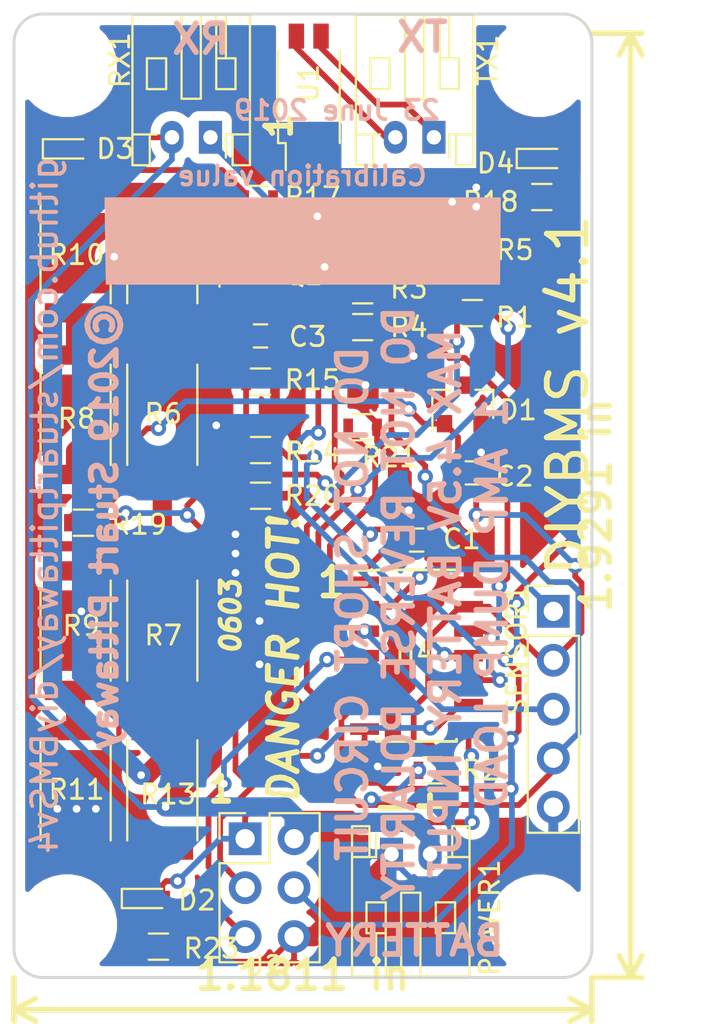
<source format=kicad_pcb>
(kicad_pcb (version 20171130) (host pcbnew "(5.1.0)-1")
  (layers (0 F.Cu signal) (31 B.Cu signal) (34 B.Paste user hide) (35 F.Paste user hide) (36 B.SilkS user hide) (37 F.SilkS user) (38 B.Mask user hide) (39 F.Mask user hide) (44 Edge.Cuts user))
  (net 0 "")
  (net 1 GND)
  (net 2 VCC)
  (net 3 "Net-(J2-Pad5)")
  (net 4 "Net-(J2-Pad3)")
  (net 5 "Net-(D4-Pad2)")
  (net 6 RXD0)
  (net 7 ENABLE)
  (net 8 "Net-(R3-Pad2)")
  (net 9 "Net-(R5-Pad1)")
  (net 10 TXD0)
  (net 11 "Net-(R6-Pad2)")
  (net 12 "Net-(R7-Pad2)")
  (net 13 "Net-(R10-Pad1)")
  (net 14 "Net-(R11-Pad1)")
  (net 15 "Net-(R10-Pad2)")
  (net 16 "Net-(R11-Pad2)")
  (net 17 "Net-(Q1-Pad3)")
  (net 18 "Net-(D3-Pad1)")
  (net 19 "Net-(D4-Pad1)")
  (net 20 2_VOLT)
  (net 21 DUMP_LOAD_ENABLE)
  (net 22 "Net-(C3-Pad1)")
  (net 23 "Net-(R21-Pad1)")
  (net 24 "Net-(SENSOR1-Pad3)")
  (net 25 "Net-(TX1-Pad1)")
  (net 26 "Net-(TX1-Pad2)")
  (net 27 "Net-(D2-Pad1)")
  (net 28 "Net-(D2-Pad2)")
  (module Resistors_SMD:R_0603 (layer F.Cu) (at 109.4176 96.3876 180)
    (fp_text reference R23 (at -2.75 -0.1 180) (layer F.SilkS))
    (fp_text value 1K8 hide)
    (pad 1 smd rect (at -0.75 0 180) (size 0.5 0.9) (layers F.Cu F.Paste F.Mask) (net 1 GND))
    (pad 2 smd rect (at 0.75 0 180) (size 0.5 0.9) (layers F.Cu F.Paste F.Mask) (net 27 "Net-(D2-Pad1)"))
  )
  (module Resistors_SMD:R_0603 (layer F.Cu) (at 120.0176 69.43375)
    (fp_text reference R21 (at 1.4 1.55385) (layer F.SilkS))
    (fp_text value 47K)
    (pad 1 smd rect (at -0.75 0) (size 0.5 0.9) (layers F.Cu F.Paste F.Mask) (net 23 "Net-(R21-Pad1)"))
    (pad 2 smd rect (at 0.75 0) (size 0.5 0.9) (layers F.Cu F.Paste F.Mask) (net 1 GND))
  )
  (module Resistors_SMD:R_0603 (layer F.Cu) (at 114.7176 72.987595)
    (fp_text reference R20 (at 2.7 0.000005) (layer F.SilkS))
    (fp_text value 47K)
    (pad 1 smd rect (at -0.75 0) (size 0.5 0.9) (layers F.Cu F.Paste F.Mask) (net 4 "Net-(J2-Pad3)"))
    (pad 2 smd rect (at 0.75 0) (size 0.5 0.9) (layers F.Cu F.Paste F.Mask) (net 1 GND))
  )
  (module Resistors_SMD:R_0603 (layer F.Cu) (at 105.5176 74.3876)
    (fp_text reference R19 (at 2.9 0.1) (layer F.SilkS))
    (fp_text value NCP18WB473J03RB)
    (pad 1 smd rect (at -0.75 0) (size 0.5 0.9) (layers F.Cu F.Paste F.Mask) (net 20 2_VOLT))
    (pad 2 smd rect (at 0.75 0) (size 0.5 0.9) (layers F.Cu F.Paste F.Mask) (net 4 "Net-(J2-Pad3)"))
  )
  (module Resistors_SMD:R_0603 (layer F.Cu) (at 129.3176 57.4876)
    (fp_text reference R18 (at -2.65 0.25) (layer F.SilkS))
    (fp_text value 2K2)
    (pad 1 smd rect (at -0.75 0) (size 0.5 0.9) (layers F.Cu F.Paste F.Mask) (net 1 GND))
    (pad 2 smd rect (at 0.75 0) (size 0.5 0.9) (layers F.Cu F.Paste F.Mask) (net 19 "Net-(D4-Pad1)"))
  )
  (module Resistors_SMD:R_0603 (layer F.Cu) (at 114.6176 57.5876 180)
    (fp_text reference R17 (at -2.8 0.1 180) (layer F.SilkS))
    (fp_text value 2K2)
    (pad 1 smd rect (at -0.75 0 180) (size 0.5 0.9) (layers F.Cu F.Paste F.Mask) (net 17 "Net-(Q1-Pad3)"))
    (pad 2 smd rect (at 0.75 0 180) (size 0.5 0.9) (layers F.Cu F.Paste F.Mask) (net 18 "Net-(D3-Pad1)"))
  )
  (module Resistors_SMD:R_0603 (layer F.Cu) (at 120.0176 58.772215)
    (fp_text reference R16 (at 2.65 0.215385) (layer F.SilkS))
    (fp_text value 4K7)
    (pad 1 smd rect (at -0.75 0) (size 0.5 0.9) (layers F.Cu F.Paste F.Mask) (net 1 GND))
    (pad 2 smd rect (at 0.75 0) (size 0.5 0.9) (layers F.Cu F.Paste F.Mask) (net 6 RXD0))
  )
  (module Resistors_SMD:R_0603 (layer F.Cu) (at 114.7176 67.06452)
    (fp_text reference R15 (at 2.7 -0.07692) (layer F.SilkS))
    (fp_text value 47K)
    (pad 1 smd rect (at -0.75 0) (size 0.5 0.9) (layers F.Cu F.Paste F.Mask) (net 22 "Net-(C3-Pad1)"))
    (pad 2 smd rect (at 0.75 0) (size 0.5 0.9) (layers F.Cu F.Paste F.Mask) (net 1 GND))
  )
  (module Resistors_SMD:R_0603 (layer F.Cu) (at 114.7176 70.618365)
    (fp_text reference R14 (at 2.7 0.119235) (layer F.SilkS))
    (fp_text value 510R)
    (pad 1 smd rect (at -0.75 0) (size 0.5 0.9) (layers F.Cu F.Paste F.Mask) (net 22 "Net-(C3-Pad1)"))
    (pad 2 smd rect (at 0.75 0) (size 0.5 0.9) (layers F.Cu F.Paste F.Mask) (net 21 DUMP_LOAD_ENABLE))
  )
  (module Resistors_SMD:R_0603 (layer F.Cu) (at 125.7176 59.95683)
    (fp_text reference R5 (at 2.2 0.28077) (layer F.SilkS))
    (fp_text value 510R)
    (pad 1 smd rect (at -0.75 0) (size 0.5 0.9) (layers F.Cu F.Paste F.Mask) (net 9 "Net-(R5-Pad1)"))
    (pad 2 smd rect (at 0.75 0) (size 0.5 0.9) (layers F.Cu F.Paste F.Mask) (net 10 TXD0))
  )
  (module Resistors_SMD:R_0603 (layer F.Cu) (at 120.0176 64.2376)
    (fp_text reference R4 (at 2.4 0) (layer F.SilkS))
    (fp_text value "402K E96 series (tolerance 1%)")
    (pad 1 smd rect (at -0.75 0) (size 0.5 0.9) (layers F.Cu F.Paste F.Mask) (net 8 "Net-(R3-Pad2)"))
    (pad 2 smd rect (at 0.75 0) (size 0.5 0.9) (layers F.Cu F.Paste F.Mask) (net 1 GND))
  )
  (module Resistors_SMD:R_0603 (layer F.Cu) (at 120.0176 62.32606)
    (fp_text reference R3 (at 2.4 -0.08846) (layer F.SilkS))
    (fp_text value "475K E96 series (tolerance 1%)")
    (pad 1 smd rect (at -0.75 0) (size 0.5 0.9) (layers F.Cu F.Paste F.Mask) (net 7 ENABLE))
    (pad 2 smd rect (at 0.75 0) (size 0.5 0.9) (layers F.Cu F.Paste F.Mask) (net 8 "Net-(R3-Pad2)"))
  )
  (module Resistors_SMD:R_0603 (layer F.Cu) (at 123.6676 87.2376)
    (fp_text reference R2 (at 2.5 0) (layer F.SilkS))
    (fp_text value 1K)
    (pad 1 smd rect (at -0.75 0) (size 0.5 0.9) (layers F.Cu F.Paste F.Mask) (net 7 ENABLE))
    (pad 2 smd rect (at 0.75 0) (size 0.5 0.9) (layers F.Cu F.Paste F.Mask) (net 20 2_VOLT))
  )
  (module Resistors_SMD:R_0603 (layer F.Cu) (at 125.7176 63.510675)
    (fp_text reference R1 (at 2.2 0.226925) (layer F.SilkS))
    (fp_text value 10K)
    (pad 1 smd rect (at -0.75 0) (size 0.5 0.9) (layers F.Cu F.Paste F.Mask) (net 2 VCC))
    (pad 2 smd rect (at 0.75 0) (size 0.5 0.9) (layers F.Cu F.Paste F.Mask) (net 3 "Net-(J2-Pad5)"))
  )
  (module LEDs:LED_0603 (layer F.Cu) (at 129.3176 55.4876)
    (fp_text reference D4 (at -2.4 0.25) (layer F.SilkS))
    (fp_text value Green)
    (pad 2 smd rect (at 0.8 0 180) (size 0.8 0.8) (layers F.Cu F.Paste F.Mask) (net 5 "Net-(D4-Pad2)"))
    (pad 1 smd rect (at -0.8 0 180) (size 0.8 0.8) (layers F.Cu F.Paste F.Mask) (net 19 "Net-(D4-Pad1)"))
  )
  (module LEDs:LED_0603 (layer F.Cu) (at 104.7176 54.9876)
    (fp_text reference D3 (at 2.45 0) (layer F.SilkS))
    (fp_text value Red)
    (pad 2 smd rect (at 0.8 0 180) (size 0.8 0.8) (layers F.Cu F.Paste F.Mask) (net 2 VCC))
    (pad 1 smd rect (at -0.8 0 180) (size 0.8 0.8) (layers F.Cu F.Paste F.Mask) (net 18 "Net-(D3-Pad1)"))
  )
  (module LEDs:LED_0603 (layer F.Cu) (at 108.8176 93.8876)
    (fp_text reference D2 (at 2.6 0.1) (layer F.SilkS))
    (fp_text value Blue)
    (pad 2 smd rect (at 0.8 0 180) (size 0.8 0.8) (layers F.Cu F.Paste F.Mask) (net 28 "Net-(D2-Pad2)"))
    (pad 1 smd rect (at -0.8 0 180) (size 0.8 0.8) (layers F.Cu F.Paste F.Mask) (net 27 "Net-(D2-Pad1)"))
  )
  (module Capacitors_SMD:C_0603 (layer F.Cu) (at 114.7176 64.69529)
    (fp_text reference C3 (at 2.45 0.04231) (layer F.SilkS))
    (fp_text value "MLCC 10UF 10V")
    (pad 2 smd rect (at 0.75 0) (size 0.8 0.75) (layers F.Cu F.Paste F.Mask) (net 1 GND))
    (pad 1 smd rect (at -0.75 0) (size 0.8 0.75) (layers F.Cu F.Paste F.Mask) (net 22 "Net-(C3-Pad1)"))
  )
  (module Capacitors_SMD:C_0603 (layer F.Cu) (at 125.7176 71.80298)
    (fp_text reference C2 (at 2.2 0.18462) (layer F.SilkS))
    (fp_text value 2.2uF)
    (pad 2 smd rect (at 0.75 0) (size 0.8 0.75) (layers F.Cu F.Paste F.Mask) (net 1 GND))
    (pad 1 smd rect (at -0.75 0) (size 0.8 0.75) (layers F.Cu F.Paste F.Mask) (net 20 2_VOLT))
  )
  (module Capacitors_SMD:C_0603 (layer F.Cu) (at 122.8176 75.2876)
    (fp_text reference C1 (at 2.35 -0.05) (layer F.SilkS))
    (fp_text value 100nF)
    (pad 2 smd rect (at 0.75 0) (size 0.8 0.75) (layers F.Cu F.Paste F.Mask) (net 1 GND))
    (pad 1 smd rect (at -0.75 0) (size 0.8 0.75) (layers F.Cu F.Paste F.Mask) (net 2 VCC))
  )
  (module Mounting_Holes:MountingHole_3.2mm_M3 (layer F.Cu) (at 129.1676 50.7376)
    (fp_text reference REF** hide)
    (fp_text value MountingHole_3.2mm_M3 hide)
    (pad 1 np_thru_hole circle (at 0 0) (size 3.2 3.2) (drill 3.2) (layers *.Cu *.Mask))
  )
  (module Mounting_Holes:MountingHole_3.2mm_M3 (layer F.Cu) (at 104.6676 50.7376)
    (fp_text reference REF** hide)
    (fp_text value MountingHole_3.2mm_M3 hide)
    (pad 1 np_thru_hole circle (at 0 0) (size 3.2 3.2) (drill 3.2) (layers *.Cu *.Mask))
  )
  (module Mounting_Holes:MountingHole_3.2mm_M3 (layer F.Cu) (at 104.6676 95.2376)
    (fp_text reference REF** hide)
    (fp_text value MountingHole_3.2mm_M3 hide)
    (pad 1 np_thru_hole circle (at 0 0) (size 3.2 3.2) (drill 3.2) (layers *.Cu *.Mask))
  )
  (module Mounting_Holes:MountingHole_3.2mm_M3 (layer F.Cu) (at 129.1676 95.2376)
    (fp_text reference REF** hide)
    (fp_text value MountingHole_3.2mm_M3 hide)
    (pad 1 np_thru_hole circle (at 0 0) (size 3.2 3.2) (drill 3.2) (layers *.Cu *.Mask))
  )
  (module Connectors_JST:JST_PH_S2B-PH-K_02x2.00mm_Angled (layer F.Cu) (at 123.7176 54.3876 180)
    (fp_text reference TX1 (at -2.8 4 270) (layer F.SilkS))
    (fp_text value "TX Connector")
    (pad 1 thru_hole rect (at 0 0 180) (size 1.2 1.7) (drill 0.75) (layers *.Cu *.Mask) (net 25 "Net-(TX1-Pad1)"))
    (pad 2 thru_hole oval (at 2 0 180) (size 1.2 1.7) (drill 0.75) (layers *.Cu *.Mask) (net 26 "Net-(TX1-Pad2)"))
  )
  (module Pin_Headers:Pin_Header_Straight_1x05_Pitch2.54mm (layer F.Cu) (at 129.9176 78.9876)
    (fp_text reference SENSOR1 (at -1.9 2 90) (layer F.SilkS))
    (fp_text value "Remote temp input 47K @ 25oC")
    (pad 1 thru_hole rect (at 0 0) (size 1.7 1.7) (drill 1) (layers *.Cu *.Mask) (net 23 "Net-(R21-Pad1)"))
    (pad 2 thru_hole oval (at 0 2.54) (size 1.7 1.7) (drill 1) (layers *.Cu *.Mask) (net 20 2_VOLT))
    (pad 3 thru_hole oval (at 0 5.08) (size 1.7 1.7) (drill 1) (layers *.Cu *.Mask) (net 24 "Net-(SENSOR1-Pad3)"))
    (pad 4 thru_hole oval (at 0 7.62) (size 1.7 1.7) (drill 1) (layers *.Cu *.Mask) (net 7 ENABLE))
    (pad 5 thru_hole oval (at 0 10.16) (size 1.7 1.7) (drill 1) (layers *.Cu *.Mask) (net 1 GND))
  )
  (module Pin_Headers:Pin_Header_Straight_2x03_Pitch2.54mm (layer F.Cu) (at 113.9176 90.7876)
    (fp_text reference J2 (at 1.1 6.6) (layer F.SilkS))
    (fp_text value AVR-ISP-6 hide)
    (pad 1 thru_hole rect (at 0 0) (size 1.7 1.7) (drill 1) (layers *.Cu *.Mask) (net 28 "Net-(D2-Pad2)"))
    (pad 2 thru_hole oval (at 2.54 0) (size 1.7 1.7) (drill 1) (layers *.Cu *.Mask) (net 2 VCC))
    (pad 3 thru_hole oval (at 0 2.54) (size 1.7 1.7) (drill 1) (layers *.Cu *.Mask) (net 4 "Net-(J2-Pad3)"))
    (pad 4 thru_hole oval (at 2.54 2.54) (size 1.7 1.7) (drill 1) (layers *.Cu *.Mask) (net 5 "Net-(D4-Pad2)"))
    (pad 5 thru_hole oval (at 0 5.08) (size 1.7 1.7) (drill 1) (layers *.Cu *.Mask) (net 3 "Net-(J2-Pad5)"))
    (pad 6 thru_hole oval (at 2.54 5.08) (size 1.7 1.7) (drill 1) (layers *.Cu *.Mask) (net 1 GND))
  )
  (module Connectors_JST:JST_PH_S2B-PH-K_02x2.00mm_Angled (layer F.Cu) (at 121.5176 91.5876)
    (fp_text reference POWER1 (at 5.1 3.3 270) (layer F.SilkS))
    (fp_text value Battery hide)
    (pad 1 thru_hole rect (at 0 0) (size 1.2 1.7) (drill 0.75) (layers *.Cu *.Mask) (net 1 GND))
    (pad 2 thru_hole oval (at 2 0) (size 1.2 1.7) (drill 0.75) (layers *.Cu *.Mask) (net 2 VCC))
  )
  (module Housings_SOIC:SOIC-14_3.9x8.7mm_Pitch1.27mm (layer F.Cu) (at 122.8176 81.2876)
    (fp_text reference U4 (at -0.1 -0.1) (layer F.SilkS))
    (fp_text value ATtiny841-SSU)
    (pad 1 smd rect (at -2.7 -3.81) (size 1.5 0.6) (layers F.Cu F.Paste F.Mask) (net 2 VCC))
    (pad 2 smd rect (at -2.7 -2.54) (size 1.5 0.6) (layers F.Cu F.Paste F.Mask) (net 23 "Net-(R21-Pad1)"))
    (pad 3 smd rect (at -2.7 -1.27) (size 1.5 0.6) (layers F.Cu F.Paste F.Mask) (net 24 "Net-(SENSOR1-Pad3)"))
    (pad 4 smd rect (at -2.7 0) (size 1.5 0.6) (layers F.Cu F.Paste F.Mask) (net 3 "Net-(J2-Pad5)"))
    (pad 5 smd rect (at -2.7 1.27) (size 1.5 0.6) (layers F.Cu F.Paste F.Mask) (net 8 "Net-(R3-Pad2)"))
    (pad 6 smd rect (at -2.7 2.54) (size 1.5 0.6) (layers F.Cu F.Paste F.Mask) (net 7 ENABLE))
    (pad 7 smd rect (at -2.7 3.81) (size 1.5 0.6) (layers F.Cu F.Paste F.Mask) (net 5 "Net-(D4-Pad2)"))
    (pad 8 smd rect (at 2.7 3.81) (size 1.5 0.6) (layers F.Cu F.Paste F.Mask) (net 28 "Net-(D2-Pad2)"))
    (pad 9 smd rect (at 2.7 2.54) (size 1.5 0.6) (layers F.Cu F.Paste F.Mask) (net 4 "Net-(J2-Pad3)"))
    (pad 10 smd rect (at 2.7 1.27) (size 1.5 0.6) (layers F.Cu F.Paste F.Mask) (net 21 DUMP_LOAD_ENABLE))
    (pad 11 smd rect (at 2.7 0) (size 1.5 0.6) (layers F.Cu F.Paste F.Mask) (net 6 RXD0))
    (pad 12 smd rect (at 2.7 -1.27) (size 1.5 0.6) (layers F.Cu F.Paste F.Mask) (net 10 TXD0))
    (pad 13 smd rect (at 2.7 -2.54) (size 1.5 0.6) (layers F.Cu F.Paste F.Mask) (net 20 2_VOLT))
    (pad 14 smd rect (at 2.7 -3.81) (size 1.5 0.6) (layers F.Cu F.Paste F.Mask) (net 1 GND))
  )
  (module Connectors_JST:JST_PH_S2B-PH-K_02x2.00mm_Angled (layer F.Cu) (at 112.1176 54.3876 180)
    (fp_text reference RX1 (at 4.7 4 270) (layer F.SilkS))
    (fp_text value "RX Connector")
    (pad 1 thru_hole rect (at 0 0 180) (size 1.2 1.7) (drill 0.75) (layers *.Cu *.Mask) (net 6 RXD0))
    (pad 2 thru_hole oval (at 2 0 180) (size 1.2 1.7) (drill 0.75) (layers *.Cu *.Mask) (net 2 VCC))
  )
  (module Housings_SSOP:SOP-4_4.4x2.8mm_Pitch1.27mm (layer F.Cu) (at 117.2176 52.2876 90)
    (fp_text reference U1 (at 0.7 0 90) (layer F.SilkS))
    (fp_text value HMHA2801AR2)
    (pad 1 smd rect (at -3.15 -0.64 90) (size 1.3 0.8) (layers F.Cu F.Paste F.Mask) (net 9 "Net-(R5-Pad1)"))
    (pad 2 smd rect (at -3.15 0.64 90) (size 1.3 0.8) (layers F.Cu F.Paste F.Mask) (net 1 GND))
    (pad 3 smd rect (at 3.15 0.64 90) (size 1.3 0.8) (layers F.Cu F.Paste F.Mask) (net 25 "Net-(TX1-Pad1)"))
    (pad 4 smd rect (at 3.15 -0.64 90) (size 1.3 0.8) (layers F.Cu F.Paste F.Mask) (net 26 "Net-(TX1-Pad2)"))
  )
  (module TO_SOT_Packages_SMD:SOT-23 (layer F.Cu) (at 125.2176 68.249135 90)
    (fp_text reference D1 (at -0.3 2.8716 180) (layer F.SilkS))
    (fp_text value "Fixed 2.048V")
    (pad 1 smd rect (at -1 -0.95 90) (size 0.9 0.8) (layers F.Cu F.Paste F.Mask) (net 20 2_VOLT))
    (pad 2 smd rect (at -1 0.95 90) (size 0.9 0.8) (layers F.Cu F.Paste F.Mask) (net 1 GND))
    (pad 3 smd rect (at 1 0 90) (size 0.9 0.8) (layers F.Cu F.Paste F.Mask))
  )
  (module TO_SOT_Packages_SMD:SOT-23 (layer F.Cu) (at 114.1676 60.7376 90)
    (fp_text reference Q1 (at -0.8 2.8 180) (layer F.SilkS))
    (fp_text value IRLML6244TRPBF)
    (pad 1 smd rect (at -1 -0.95 90) (size 0.9 0.8) (layers F.Cu F.Paste F.Mask) (net 22 "Net-(C3-Pad1)"))
    (pad 2 smd rect (at -1 0.95 90) (size 0.9 0.8) (layers F.Cu F.Paste F.Mask) (net 1 GND))
    (pad 3 smd rect (at 1 0 90) (size 0.9 0.8) (layers F.Cu F.Paste F.Mask) (net 17 "Net-(Q1-Pad3)"))
  )
  (module Resistors_SMD:R_2512 (layer F.Cu) (at 109.6176 68.7876 90)
    (fp_text reference R6 (at 0.05 0.05) (layer F.SilkS))
    (fp_text value "2R 1W")
    (pad 1 smd rect (at -3.1 0 90) (size 1 3.2) (layers F.Cu F.Paste F.Mask) (net 2 VCC))
    (pad 2 smd rect (at 3.1 0 90) (size 1 3.2) (layers F.Cu F.Paste F.Mask) (net 11 "Net-(R6-Pad2)"))
  )
  (module Resistors_SMD:R_2512 (layer F.Cu) (at 109.6176 79.9876 270)
    (fp_text reference R7 (at 0.25 -0.05 180) (layer F.SilkS))
    (fp_text value "2R 1W")
    (pad 1 smd rect (at -3.1 0 270) (size 1 3.2) (layers F.Cu F.Paste F.Mask) (net 2 VCC))
    (pad 2 smd rect (at 3.1 0 270) (size 1 3.2) (layers F.Cu F.Paste F.Mask) (net 12 "Net-(R7-Pad2)"))
  )
  (module Resistors_SMD:R_2512 (layer F.Cu) (at 105.1176 68.7876 90)
    (fp_text reference R8 (at -0.2 0.05 180) (layer F.SilkS))
    (fp_text value "2R 1W")
    (pad 1 smd rect (at -3.1 0 90) (size 1 3.2) (layers F.Cu F.Paste F.Mask) (net 11 "Net-(R6-Pad2)"))
    (pad 2 smd rect (at 3.1 0 90) (size 1 3.2) (layers F.Cu F.Paste F.Mask) (net 13 "Net-(R10-Pad1)"))
  )
  (module Resistors_SMD:R_2512 (layer F.Cu) (at 105.1176 79.9876 270)
    (fp_text reference R9 (at -0.25 -0.3 180) (layer F.SilkS))
    (fp_text value "2R 1W")
    (pad 1 smd rect (at -3.1 0 270) (size 1 3.2) (layers F.Cu F.Paste F.Mask) (net 12 "Net-(R7-Pad2)"))
    (pad 2 smd rect (at 3.1 0 270) (size 1 3.2) (layers F.Cu F.Paste F.Mask) (net 14 "Net-(R11-Pad1)"))
  )
  (module Resistors_SMD:R_2512 (layer F.Cu) (at 105.1176 60.3992 90)
    (fp_text reference R10 (at -0.0884 0.05) (layer F.SilkS))
    (fp_text value "2R 1W")
    (pad 1 smd rect (at -3.1 0 90) (size 1 3.2) (layers F.Cu F.Paste F.Mask) (net 13 "Net-(R10-Pad1)"))
    (pad 2 smd rect (at 3.1 0 90) (size 1 3.2) (layers F.Cu F.Paste F.Mask) (net 15 "Net-(R10-Pad2)"))
  )
  (module Resistors_SMD:R_2512 (layer F.Cu) (at 105.1176 88.276 270)
    (fp_text reference R11 (at -0.0384 -0.05 180) (layer F.SilkS))
    (fp_text value "2R 1W")
    (pad 1 smd rect (at -3.1 0 270) (size 1 3.2) (layers F.Cu F.Paste F.Mask) (net 14 "Net-(R11-Pad1)"))
    (pad 2 smd rect (at 3.1 0 270) (size 1 3.2) (layers F.Cu F.Paste F.Mask) (net 16 "Net-(R11-Pad2)"))
  )
  (module Resistors_SMD:R_2512 (layer F.Cu) (at 109.6176 60.3992 270)
    (fp_text reference R12 (at 0.0884 -0.05 180) (layer F.SilkS))
    (fp_text value "2R 1W")
    (pad 1 smd rect (at -3.1 0 270) (size 1 3.2) (layers F.Cu F.Paste F.Mask) (net 15 "Net-(R10-Pad2)"))
    (pad 2 smd rect (at 3.1 0 270) (size 1 3.2) (layers F.Cu F.Paste F.Mask) (net 17 "Net-(Q1-Pad3)"))
  )
  (module Resistors_SMD:R_2512 (layer F.Cu) (at 109.6176 88.276 90)
    (fp_text reference R13 (at -0.2116 0.3 180) (layer F.SilkS))
    (fp_text value "2R 1W")
    (pad 1 smd rect (at -3.1 0 90) (size 1 3.2) (layers F.Cu F.Paste F.Mask) (net 16 "Net-(R11-Pad2)"))
    (pad 2 smd rect (at 3.1 0 90) (size 1 3.2) (layers F.Cu F.Paste F.Mask) (net 17 "Net-(Q1-Pad3)"))
  )
  (gr_text 0603 (at 113.1676 79.2376 90) (layer F.SilkS) (effects (font (size 1 1) (thickness 0.25) italic)))
  (gr_arc (start 130.4176 96.4876) (end 130.4176 97.9876) (angle -90) (layer Edge.Cuts) (width 0.15))
  (gr_arc (start 103.4176 96.4876) (end 101.9176 96.4876) (angle -90) (layer Edge.Cuts) (width 0.15))
  (gr_arc (start 103.4176 49.4876) (end 103.4176 47.9876) (angle -90) (layer Edge.Cuts) (width 0.15))
  (gr_arc (start 130.4176 49.4876) (end 131.9176 49.4876) (angle -90) (layer Edge.Cuts) (width 0.15))
  (gr_line (start 101.9176 96.4876) (end 101.9176 49.4876) (layer Edge.Cuts) (width 0.15))
  (gr_line (start 130.4176 97.9876) (end 103.4176 97.9876) (layer Edge.Cuts) (width 0.15))
  (gr_line (start 131.9176 49.4876) (end 131.9176 96.4876) (layer Edge.Cuts) (width 0.15))
  (gr_line (start 103.4176 47.9876) (end 130.4176 47.9876) (layer Edge.Cuts) (width 0.15))
  (gr_text 1 (at 115.6676 53.7876 90) (layer F.SilkS) (effects (font (size 1.3 1.3) (thickness 0.3))))
  (gr_text TX (at 123.1176 49.1876) (layer B.SilkS) (effects (font (size 1.5 1.5) (thickness 0.3)) (justify mirror)))
  (gr_text RX (at 111.6176 49.2876) (layer B.SilkS) (effects (font (size 1.5 1.5) (thickness 0.3)) (justify mirror)))
  (gr_text "Calibration value" (at 116.8804 56.3848) (layer B.SilkS) (effects (font (size 1 1) (thickness 0.2)) (justify mirror)))
  (gr_poly (pts (xy 106.7322 61.9876) (xy 127.103 61.9876) (xy 127.142 57.5532) (xy 106.6696 57.5532)) (layer B.SilkS) (width 0.1))
  (gr_text "DANGER HOT!" (at 115.9176 81.4876 90) (layer F.SilkS) (effects (font (size 1.5 1.5) (thickness 0.3) italic)))
  (gr_text "DO NOT SHORT CIRCUIT\nDO NOT REVERSE POLARITY\nMAX 4.5V BATTERY INPUT\n1 AMP DUMP LOAD" (at 123.1176 78.5876 90) (layer B.SilkS) (effects (font (size 1.5 1.5) (thickness 0.3)) (justify mirror)))
  (gr_text "23 June 2019" (at 113.2176 52.9876) (layer B.SilkS) (effects (font (size 1 1) (thickness 0.2)) (justify right mirror)))
  (gr_text 1 (at 112.6676 88.2376) (layer F.SilkS) (effects (font (size 1.3 1.3) (thickness 0.3))))
  (gr_text BATTERY (at 122.7176 96.0876) (layer B.SilkS) (effects (font (size 1.5 1.5) (thickness 0.3)) (justify mirror)))
  (gr_text github.com/stuartpittaway/diyBMSv4 (at 103.5176 73.4876 90) (layer B.SilkS) (effects (font (size 1.3 1.3) (thickness 0.2)) (justify mirror)))
  (gr_text "©2019 Stuart Pittaway" (at 106.6176 74.5876 90) (layer B.SilkS) (effects (font (size 1.3 1.3) (thickness 0.3)) (justify mirror)))
  (gr_text "DIYBMS v4.1" (at 130.6676 58.2376 90) (layer F.SilkS) (effects (font (size 2 2) (thickness 0.3)) (justify right)))
  (gr_text 1 (at 118.4176 77.4876) (layer F.SilkS) (effects (font (size 1.5 1.5) (thickness 0.3))))
  (gr_text - (at 121.5176 89.2876 180) (layer F.SilkS) (effects (font (size 1.5 1.5) (thickness 0.3))))
  (gr_text + (at 123.5176 88.9876) (layer F.SilkS) (effects (font (size 1.5 1.5) (thickness 0.3))))
  (dimension 30 (width 0.3) (layer F.SilkS) (gr_text "30.000 mm" (at 116.9176 101.764) (layer F.SilkS) (effects (font (size 1.5 1.5) (thickness 0.3)))) (feature1 (pts (xy 131.9176 97.9876) (xy 131.9176 100.250421))) (feature2 (pts (xy 101.9176 97.9876) (xy 101.9176 100.250421))) (crossbar (pts (xy 101.9176 99.664) (xy 131.9176 99.664))) (arrow1a (pts (xy 131.9176 99.664) (xy 130.791096 100.250421))) (arrow1b (pts (xy 131.9176 99.664) (xy 130.791096 99.077579))) (arrow2a (pts (xy 101.9176 99.664) (xy 103.044104 100.250421))) (arrow2b (pts (xy 101.9176 99.664) (xy 103.044104 99.077579))))
  (dimension 49 (width 0.3) (layer F.SilkS) (gr_text "49.000 mm" (at 136.03 73.4876 270) (layer F.SilkS) (effects (font (size 1.5 1.5) (thickness 0.3)))) (feature1 (pts (xy 131.9176 97.9876) (xy 134.516421 97.9876))) (feature2 (pts (xy 131.9176 48.9876) (xy 134.516421 48.9876))) (crossbar (pts (xy 133.93 48.9876) (xy 133.93 97.9876))) (arrow1a (pts (xy 133.93 97.9876) (xy 133.343579 96.861096))) (arrow1b (pts (xy 133.93 97.9876) (xy 134.516421 96.861096))) (arrow2a (pts (xy 133.93 48.9876) (xy 133.343579 50.114104))) (arrow2b (pts (xy 133.93 48.9876) (xy 134.516421 50.114104))))
  (segment (start 117.4876 95.8676) (end 116.4576 95.8676) (width 1) (layer F.Cu) (net 1))
  (segment (start 121.5176 91.8376) (end 117.4876 95.8676) (width 1) (layer F.Cu) (net 1))
  (segment (start 116.4576 97.069681) (end 116.35968 97.167601) (width 0.3) (layer F.Cu) (net 1))
  (segment (start 116.4576 95.8676) (end 116.4576 97.069681) (width 0.3) (layer F.Cu) (net 1))
  (via (at 125.9176 56.9876) (size 0.8) (drill 0.4) (layers F.Cu B.Cu) (net 1))
  (via (at 113.4176 76.9876) (size 0.8) (drill 0.4) (layers F.Cu B.Cu) (net 1))
  (via (at 113.4176 75.9876) (size 0.8) (drill 0.4) (layers F.Cu B.Cu) (net 1))
  (via (at 113.4176 74.9876) (size 0.8) (drill 0.4) (layers F.Cu B.Cu) (net 1))
  (via (at 105.4176 78.9876) (size 0.8) (drill 0.4) (layers F.Cu B.Cu) (net 1))
  (segment (start 126.1676 71.50298) (end 126.4676 71.80298) (width 0.3) (layer F.Cu) (net 1))
  (segment (start 126.1676 69.249135) (end 126.1676 70.7376) (width 0.3) (layer F.Cu) (net 1))
  (segment (start 126.1676 70.7376) (end 126.1676 71.50298) (width 0.3) (layer F.Cu) (net 1))
  (via (at 126.1676 70.7376) (size 0.8) (drill 0.4) (layers F.Cu B.Cu) (net 1))
  (segment (start 121.5176 91.5876) (end 121.5176 91.8376) (width 1) (layer F.Cu) (net 1))
  (via (at 112.4176 69.33761) (size 0.8) (drill 0.4) (layers F.Cu B.Cu) (net 1))
  (via (at 122.6676 65.7376) (size 0.8) (drill 0.4) (layers F.Cu B.Cu) (net 1))
  (via (at 120.1676 67.2376) (size 0.8) (drill 0.4) (layers F.Cu B.Cu) (net 1))
  (segment (start 115.607601 96.717599) (end 116.4576 95.8676) (width 0.3) (layer F.Cu) (net 1))
  (segment (start 115.157599 97.167601) (end 115.607601 96.717599) (width 0.3) (layer F.Cu) (net 1))
  (segment (start 111.497601 97.167601) (end 115.157599 97.167601) (width 0.3) (layer F.Cu) (net 1))
  (segment (start 110.7176 96.3876) (end 111.497601 97.167601) (width 0.3) (layer F.Cu) (net 1))
  (segment (start 110.1676 96.3876) (end 110.7176 96.3876) (width 0.3) (layer F.Cu) (net 1))
  (via (at 114.6676 79.4876) (size 0.8) (drill 0.4) (layers F.Cu B.Cu) (net 1))
  (via (at 114.6676 81.7376) (size 0.8) (drill 0.4) (layers F.Cu B.Cu) (net 1))
  (segment (start 115.1176 64.34529) (end 115.4676 64.69529) (width 0.3) (layer F.Cu) (net 1))
  (segment (start 115.1176 61.7376) (end 115.1176 64.34529) (width 0.3) (layer F.Cu) (net 1))
  (segment (start 120.007589 56.887589) (end 125.251904 56.887589) (width 0.3) (layer F.Cu) (net 1))
  (segment (start 125.251904 56.887589) (end 125.351915 56.9876) (width 0.3) (layer F.Cu) (net 1))
  (segment (start 125.351915 56.9876) (end 125.9176 56.9876) (width 0.3) (layer F.Cu) (net 1))
  (via (at 117.6676 58.4876) (size 0.8) (drill 0.4) (layers F.Cu B.Cu) (net 1))
  (via (at 125.9176 57.9876) (size 0.8) (drill 0.4) (layers F.Cu B.Cu) (net 1))
  (via (at 124.6676 57.7376) (size 0.8) (drill 0.4) (layers F.Cu B.Cu) (net 1))
  (segment (start 120.7676 69.23375) (end 120.2176 68.68375) (width 0.3) (layer F.Cu) (net 1))
  (segment (start 120.2176 66.629905) (end 120.7676 66.079905) (width 0.3) (layer F.Cu) (net 1))
  (segment (start 120.7676 66.079905) (end 120.7676 65.879905) (width 0.3) (layer F.Cu) (net 1))
  (segment (start 120.7676 69.43375) (end 120.7676 69.23375) (width 0.3) (layer F.Cu) (net 1))
  (segment (start 120.2176 68.68375) (end 120.2176 66.629905) (width 0.3) (layer F.Cu) (net 1))
  (segment (start 120.7676 66.6376) (end 120.1676 67.2376) (width 0.3) (layer F.Cu) (net 1))
  (segment (start 120.7676 64.2376) (end 120.7676 66.6376) (width 0.3) (layer F.Cu) (net 1))
  (via (at 122.4176 73.7376) (size 0.8) (drill 0.4) (layers F.Cu B.Cu) (net 1))
  (segment (start 122.4176 71.83375) (end 122.4176 73.171915) (width 0.3) (layer F.Cu) (net 1))
  (segment (start 120.7676 69.43375) (end 120.7676 70.18375) (width 0.3) (layer F.Cu) (net 1))
  (segment (start 122.4176 73.171915) (end 122.4176 73.7376) (width 0.3) (layer F.Cu) (net 1))
  (segment (start 120.7676 70.18375) (end 122.4176 71.83375) (width 0.3) (layer F.Cu) (net 1))
  (segment (start 124.1926 75.2876) (end 123.5676 75.2876) (width 0.3) (layer F.Cu) (net 1))
  (segment (start 124.4676 75.2876) (end 124.1926 75.2876) (width 0.3) (layer F.Cu) (net 1))
  (segment (start 125.5176 77.4776) (end 125.5176 76.3376) (width 0.3) (layer F.Cu) (net 1))
  (segment (start 125.5176 76.3376) (end 124.4676 75.2876) (width 0.3) (layer F.Cu) (net 1))
  (segment (start 121.317601 81.227599) (end 121.317601 86.518854) (width 0.3) (layer F.Cu) (net 1))
  (segment (start 125.0676 77.4776) (end 121.317601 81.227599) (width 0.3) (layer F.Cu) (net 1))
  (segment (start 125.5176 77.4776) (end 125.0676 77.4776) (width 0.3) (layer F.Cu) (net 1))
  (via (at 120.798878 87.037577) (size 0.8) (drill 0.4) (layers F.Cu B.Cu) (net 1))
  (segment (start 121.317601 86.518854) (end 121.198877 86.637578) (width 0.3) (layer F.Cu) (net 1))
  (segment (start 121.198877 86.637578) (end 120.798878 87.037577) (width 0.3) (layer F.Cu) (net 1))
  (segment (start 123.325602 86.387598) (end 121.448857 86.387598) (width 0.3) (layer B.Cu) (net 1))
  (segment (start 121.5176 91.5876) (end 121.5176 91.8376) (width 0.3) (layer B.Cu) (net 1))
  (segment (start 124.56761 92.272528) (end 124.56761 87.629606) (width 0.3) (layer B.Cu) (net 1))
  (segment (start 124.56761 87.629606) (end 123.325602 86.387598) (width 0.3) (layer B.Cu) (net 1))
  (segment (start 121.448857 86.387598) (end 121.198877 86.637578) (width 0.3) (layer B.Cu) (net 1))
  (segment (start 123.952528 92.88761) (end 124.56761 92.272528) (width 0.3) (layer B.Cu) (net 1))
  (segment (start 122.56761 92.88761) (end 123.952528 92.88761) (width 0.3) (layer B.Cu) (net 1))
  (segment (start 121.198877 86.637578) (end 120.798878 87.037577) (width 0.3) (layer B.Cu) (net 1))
  (segment (start 121.5176 91.8376) (end 122.56761 92.88761) (width 0.3) (layer B.Cu) (net 1))
  (via (at 105.1676 89.2376) (size 0.8) (drill 0.4) (layers F.Cu B.Cu) (net 1))
  (via (at 106.1676 89.2376) (size 0.8) (drill 0.4) (layers F.Cu B.Cu) (net 1))
  (via (at 104.1676 89.2376) (size 0.8) (drill 0.4) (layers F.Cu B.Cu) (net 1))
  (segment (start 109.6176 72.376) (end 109.6176 73.176) (width 1) (layer F.Cu) (net 2))
  (segment (start 109.6176 71.8876) (end 109.6176 76.8876) (width 1) (layer F.Cu) (net 2))
  (segment (start 112.217601 81.787599) (end 112.217601 86.35327) (width 1) (layer F.Cu) (net 2))
  (segment (start 111.267589 80.837587) (end 112.217601 81.787599) (width 1) (layer F.Cu) (net 2))
  (segment (start 111.267589 80.037589) (end 111.267589 80.837587) (width 1) (layer F.Cu) (net 2))
  (segment (start 109.6176 78.3876) (end 111.267589 80.037589) (width 1) (layer F.Cu) (net 2))
  (segment (start 109.6176 76.8876) (end 109.6176 78.3876) (width 1) (layer F.Cu) (net 2))
  (segment (start 106.1176 54.3876) (end 105.5176 54.9876) (width 0.3) (layer F.Cu) (net 2))
  (segment (start 110.1176 54.3876) (end 106.1176 54.3876) (width 0.3) (layer F.Cu) (net 2))
  (segment (start 112.217601 86.35327) (end 112.208984 86.35327) (width 0.3) (layer F.Cu) (net 2))
  (segment (start 120.1176 76.8776) (end 121.7076 75.2876) (width 0.3) (layer F.Cu) (net 2))
  (segment (start 121.7076 75.2876) (end 122.0676 75.2876) (width 0.3) (layer F.Cu) (net 2))
  (segment (start 120.1176 77.4776) (end 120.1176 76.8776) (width 0.3) (layer F.Cu) (net 2))
  (segment (start 102.767589 83.36395) (end 102.767589 62.887611) (width 0.3) (layer B.Cu) (net 2))
  (segment (start 102.767589 62.887611) (end 110.1176 55.5376) (width 0.3) (layer B.Cu) (net 2))
  (segment (start 108.541246 89.137607) (end 102.767589 83.36395) (width 0.3) (layer B.Cu) (net 2))
  (segment (start 112.208984 86.717551) (end 112.208984 86.35327) (width 1) (layer F.Cu) (net 2))
  (segment (start 109.788928 89.137607) (end 112.208984 86.717551) (width 1) (layer F.Cu) (net 2))
  (segment (start 109.788928 89.137607) (end 109.990332 89.137607) (width 1) (layer B.Cu) (net 2))
  (segment (start 110.1176 55.5376) (end 110.1176 54.3876) (width 0.3) (layer B.Cu) (net 2))
  (segment (start 109.990332 89.137607) (end 109.990347 89.137592) (width 1) (layer B.Cu) (net 2))
  (segment (start 109.788928 89.137607) (end 108.541246 89.137607) (width 0.3) (layer B.Cu) (net 2))
  (segment (start 116.009673 89.137592) (end 116.4576 89.585519) (width 1) (layer B.Cu) (net 2))
  (segment (start 116.4576 89.585519) (end 116.4576 90.7876) (width 1) (layer B.Cu) (net 2))
  (segment (start 109.990347 89.137592) (end 116.009673 89.137592) (width 1) (layer B.Cu) (net 2))
  (via (at 109.788928 89.137607) (size 0.8) (drill 0.4) (layers F.Cu B.Cu) (net 2))
  (via (at 124.9176 64.987592) (size 0.8) (drill 0.4) (layers F.Cu B.Cu) (net 2))
  (segment (start 124.9176 63.560675) (end 124.9176 64.987592) (width 0.3) (layer F.Cu) (net 2))
  (segment (start 124.9676 63.510675) (end 124.9176 63.560675) (width 0.3) (layer F.Cu) (net 2))
  (segment (start 118.583285 73.153285) (end 120.017601 74.587601) (width 0.3) (layer B.Cu) (net 2))
  (via (at 120.4176 74.9876) (size 0.8) (drill 0.4) (layers F.Cu B.Cu) (net 2))
  (segment (start 120.017601 74.587601) (end 120.4176 74.9876) (width 0.3) (layer B.Cu) (net 2))
  (segment (start 118.583285 72.6876) (end 118.583285 73.153285) (width 0.3) (layer B.Cu) (net 2))
  (segment (start 120.6676 74.7376) (end 120.4176 74.9876) (width 0.3) (layer F.Cu) (net 2))
  (segment (start 122.0676 75.2876) (end 121.5176 74.7376) (width 0.3) (layer F.Cu) (net 2))
  (segment (start 121.5176 74.7376) (end 120.6676 74.7376) (width 0.3) (layer F.Cu) (net 2))
  (segment (start 117.675147 71.928983) (end 118.075146 72.328982) (width 0.3) (layer F.Cu) (net 2))
  (segment (start 118.583285 72.6876) (end 118.541904 72.728981) (width 0.3) (layer B.Cu) (net 2))
  (segment (start 109.6176 71.8876) (end 117.633764 71.8876) (width 0.3) (layer F.Cu) (net 2))
  (segment (start 117.633764 71.8876) (end 117.675147 71.928983) (width 0.3) (layer F.Cu) (net 2))
  (segment (start 124.9176 67.745602) (end 124.9176 65.553277) (width 0.3) (layer B.Cu) (net 2))
  (segment (start 124.9176 65.553277) (end 124.9176 64.987592) (width 0.3) (layer B.Cu) (net 2))
  (segment (start 121.357499 69.837601) (end 122.825601 69.837601) (width 0.3) (layer B.Cu) (net 2))
  (segment (start 118.583285 72.611815) (end 121.357499 69.837601) (width 0.3) (layer B.Cu) (net 2))
  (segment (start 118.475145 72.728981) (end 118.075146 72.328982) (width 0.3) (layer B.Cu) (net 2))
  (segment (start 118.541904 72.728981) (end 118.475145 72.728981) (width 0.3) (layer B.Cu) (net 2))
  (segment (start 122.825601 69.837601) (end 124.9176 67.745602) (width 0.3) (layer B.Cu) (net 2))
  (via (at 118.075146 72.328982) (size 0.8) (drill 0.4) (layers F.Cu B.Cu) (net 2))
  (segment (start 118.583285 72.6876) (end 118.583285 72.611815) (width 0.3) (layer B.Cu) (net 2))
  (segment (start 123.5176 91.5876) (end 123.5176 90.697598) (width 1) (layer B.Cu) (net 2))
  (segment (start 117.307601 89.937599) (end 117.307599 89.937601) (width 1) (layer B.Cu) (net 2))
  (segment (start 117.307599 89.937601) (end 116.4576 90.7876) (width 1) (layer B.Cu) (net 2))
  (segment (start 123.5176 90.697598) (end 122.757601 89.937599) (width 1) (layer B.Cu) (net 2))
  (segment (start 122.757601 89.937599) (end 117.307601 89.937599) (width 1) (layer B.Cu) (net 2))
  (via (at 112.817601 87.937589) (size 0.8) (drill 0.4) (layers F.Cu B.Cu) (net 3))
  (segment (start 120.1176 81.2876) (end 119.6676 81.2876) (width 0.3) (layer F.Cu) (net 3))
  (via (at 127.56759 64.2876) (size 0.8) (drill 0.4) (layers F.Cu B.Cu) (net 3))
  (segment (start 113.9176 95.8676) (end 112.347344 94.297344) (width 0.3) (layer F.Cu) (net 3))
  (segment (start 112.017588 88.737602) (end 112.417602 88.337588) (width 0.3) (layer F.Cu) (net 3))
  (segment (start 112.017588 92.246133) (end 112.017588 88.737602) (width 0.3) (layer F.Cu) (net 3))
  (segment (start 112.417602 88.337588) (end 112.817601 87.937589) (width 0.3) (layer F.Cu) (net 3))
  (segment (start 112.347344 94.297344) (end 112.347344 92.575889) (width 0.3) (layer F.Cu) (net 3))
  (segment (start 112.347344 92.575889) (end 112.017588 92.246133) (width 0.3) (layer F.Cu) (net 3))
  (segment (start 126.790665 63.510675) (end 127.56759 64.2876) (width 0.3) (layer F.Cu) (net 3))
  (segment (start 126.4676 63.510675) (end 126.790665 63.510675) (width 0.3) (layer F.Cu) (net 3))
  (via (at 118.1676 81.4876) (size 0.8) (drill 0.4) (layers F.Cu B.Cu) (net 3))
  (segment (start 119.4676 81.4876) (end 118.733285 81.4876) (width 0.3) (layer F.Cu) (net 3))
  (segment (start 118.733285 81.4876) (end 118.1676 81.4876) (width 0.3) (layer F.Cu) (net 3))
  (segment (start 119.6676 81.2876) (end 119.4676 81.4876) (width 0.3) (layer F.Cu) (net 3))
  (segment (start 121.429131 71.023973) (end 120.175156 72.277948) (width 0.3) (layer B.Cu) (net 3))
  (segment (start 127.56759 67.003295) (end 123.546912 71.023973) (width 0.3) (layer B.Cu) (net 3))
  (segment (start 117.717611 74.903149) (end 119.775157 72.845603) (width 0.3) (layer F.Cu) (net 3))
  (segment (start 120.175156 72.277948) (end 119.775157 72.677947) (width 0.3) (layer B.Cu) (net 3))
  (segment (start 123.546912 71.023973) (end 121.429131 71.023973) (width 0.3) (layer B.Cu) (net 3))
  (segment (start 119.6676 81.2876) (end 117.717611 79.337611) (width 0.3) (layer F.Cu) (net 3))
  (segment (start 127.56759 64.2876) (end 127.56759 67.003295) (width 0.3) (layer B.Cu) (net 3))
  (segment (start 117.717611 79.337611) (end 117.717611 74.903149) (width 0.3) (layer F.Cu) (net 3))
  (via (at 119.775157 72.677947) (size 0.8) (drill 0.4) (layers F.Cu B.Cu) (net 3))
  (segment (start 119.775157 72.845603) (end 119.775157 72.677947) (width 0.3) (layer F.Cu) (net 3))
  (segment (start 117.767601 81.887599) (end 118.1676 81.4876) (width 0.3) (layer B.Cu) (net 3))
  (segment (start 112.817601 86.837599) (end 117.767601 81.887599) (width 0.3) (layer B.Cu) (net 3))
  (segment (start 112.817601 87.937589) (end 112.817601 86.837599) (width 0.3) (layer B.Cu) (net 3))
  (segment (start 107.317601 74.287591) (end 107.7176 73.887592) (width 0.3) (layer F.Cu) (net 4))
  (segment (start 107.217592 74.3876) (end 107.317601 74.287591) (width 0.3) (layer F.Cu) (net 4))
  (segment (start 106.2676 74.3876) (end 107.217592 74.3876) (width 0.3) (layer F.Cu) (net 4))
  (via (at 107.7176 73.887592) (size 0.8) (drill 0.4) (layers F.Cu B.Cu) (net 4))
  (segment (start 112.617599 91.997601) (end 112.617599 89.745605) (width 0.3) (layer F.Cu) (net 4))
  (segment (start 113.9176 93.3276) (end 113.067601 92.477601) (width 0.3) (layer F.Cu) (net 4))
  (segment (start 113.067601 92.477601) (end 113.067601 92.447603) (width 0.3) (layer F.Cu) (net 4))
  (segment (start 112.617599 89.745605) (end 114.267602 88.095602) (width 0.3) (layer F.Cu) (net 4))
  (segment (start 113.067601 92.447603) (end 112.617599 91.997601) (width 0.3) (layer F.Cu) (net 4))
  (segment (start 110.817592 73.887592) (end 110.9176 73.9876) (width 0.3) (layer B.Cu) (net 4))
  (segment (start 107.7176 73.887592) (end 110.817592 73.887592) (width 0.3) (layer B.Cu) (net 4))
  (via (at 110.9176 73.9876) (size 0.8) (drill 0.4) (layers F.Cu B.Cu) (net 4))
  (segment (start 111.4176 72.9876) (end 113.9676 72.9876) (width 0.3) (layer F.Cu) (net 4))
  (segment (start 110.9176 73.9876) (end 110.9176 73.4876) (width 0.3) (layer F.Cu) (net 4))
  (segment (start 110.9176 73.4876) (end 111.4176 72.9876) (width 0.3) (layer F.Cu) (net 4))
  (segment (start 112.4176 75.4876) (end 110.9176 73.9876) (width 0.3) (layer F.Cu) (net 4))
  (segment (start 112.4176 80.4876) (end 112.4176 75.4876) (width 0.3) (layer F.Cu) (net 4))
  (segment (start 113.4176 81.4876) (end 112.4176 80.4876) (width 0.3) (layer F.Cu) (net 4))
  (segment (start 114.267602 88.095602) (end 113.4176 87.2456) (width 0.3) (layer F.Cu) (net 4))
  (segment (start 113.4176 87.2456) (end 113.4176 81.4876) (width 0.3) (layer F.Cu) (net 4))
  (via (at 123.535278 85.037589) (size 0.8) (drill 0.4) (layers F.Cu B.Cu) (net 4))
  (segment (start 125.5176 83.8276) (end 125.0676 83.8276) (width 0.3) (layer F.Cu) (net 4))
  (segment (start 123.857611 85.037589) (end 123.535278 85.037589) (width 0.3) (layer F.Cu) (net 4))
  (segment (start 125.0676 83.8276) (end 123.857611 85.037589) (width 0.3) (layer F.Cu) (net 4))
  (segment (start 115.875604 86.4876) (end 117.101915 86.4876) (width 0.3) (layer F.Cu) (net 4))
  (segment (start 117.101915 86.4876) (end 117.6676 86.4876) (width 0.3) (layer F.Cu) (net 4))
  (segment (start 114.267602 88.095602) (end 115.875604 86.4876) (width 0.3) (layer F.Cu) (net 4))
  (via (at 117.6676 86.4876) (size 0.8) (drill 0.4) (layers F.Cu B.Cu) (net 4))
  (segment (start 123.535278 85.037589) (end 119.117611 85.037589) (width 0.3) (layer B.Cu) (net 4))
  (segment (start 119.117611 85.037589) (end 118.067599 86.087601) (width 0.3) (layer B.Cu) (net 4))
  (segment (start 118.067599 86.087601) (end 117.6676 86.4876) (width 0.3) (layer B.Cu) (net 4))
  (via (at 127.7176 85.587602) (size 0.8) (drill 0.4) (layers F.Cu B.Cu) (net 5))
  (segment (start 127.7176 86.153287) (end 127.7176 85.587602) (width 0.3) (layer B.Cu) (net 5))
  (segment (start 127.7176 86.153287) (end 127.7176 88.1876) (width 0.3) (layer B.Cu) (net 5))
  (via (at 127.7176 88.1876) (size 0.8) (drill 0.4) (layers F.Cu B.Cu) (net 5))
  (via (at 128.01761 78.591742) (size 0.8) (drill 0.4) (layers F.Cu B.Cu) (net 5))
  (segment (start 130.1176 55.4876) (end 130.1176 56.1876) (width 0.3) (layer F.Cu) (net 5))
  (segment (start 128.01761 78.026057) (end 128.01761 78.591742) (width 0.3) (layer F.Cu) (net 5))
  (segment (start 130.9176 75.126067) (end 128.01761 78.026057) (width 0.3) (layer F.Cu) (net 5))
  (segment (start 130.9176 56.9876) (end 130.9176 75.126067) (width 0.3) (layer F.Cu) (net 5))
  (segment (start 130.1176 56.1876) (end 130.9176 56.9876) (width 0.3) (layer F.Cu) (net 5))
  (segment (start 127.7176 85.587602) (end 128.117599 85.187603) (width 0.3) (layer F.Cu) (net 5))
  (segment (start 127.817599 81.887599) (end 127.4176 81.4876) (width 0.3) (layer F.Cu) (net 5))
  (segment (start 128.01761 80.88759) (end 127.817599 81.087601) (width 0.3) (layer B.Cu) (net 5))
  (segment (start 128.117599 85.187603) (end 128.117599 82.187599) (width 0.3) (layer F.Cu) (net 5))
  (segment (start 128.01761 78.591742) (end 128.01761 80.88759) (width 0.3) (layer B.Cu) (net 5))
  (via (at 127.4176 81.4876) (size 0.8) (drill 0.4) (layers F.Cu B.Cu) (net 5))
  (segment (start 128.117599 82.187599) (end 127.817599 81.887599) (width 0.3) (layer F.Cu) (net 5))
  (segment (start 127.817599 81.087601) (end 127.4176 81.4876) (width 0.3) (layer B.Cu) (net 5))
  (segment (start 123.6676 95.2376) (end 127.767602 91.137598) (width 0.3) (layer B.Cu) (net 5))
  (segment (start 127.767602 86.203289) (end 127.7176 86.153287) (width 0.3) (layer B.Cu) (net 5))
  (segment (start 127.767602 91.137598) (end 127.767602 86.203289) (width 0.3) (layer B.Cu) (net 5))
  (segment (start 116.4576 93.3276) (end 118.3676 95.2376) (width 0.3) (layer B.Cu) (net 5))
  (segment (start 118.3676 95.2376) (end 123.6676 95.2376) (width 0.3) (layer B.Cu) (net 5))
  (segment (start 127.151915 88.1876) (end 127.7176 88.1876) (width 0.3) (layer F.Cu) (net 5))
  (segment (start 119.567598 87.079598) (end 120.375587 87.887587) (width 0.3) (layer F.Cu) (net 5))
  (segment (start 119.567598 86.247602) (end 119.567598 87.079598) (width 0.3) (layer F.Cu) (net 5))
  (segment (start 120.1176 85.6976) (end 119.567598 86.247602) (width 0.3) (layer F.Cu) (net 5))
  (segment (start 120.1176 85.0976) (end 120.1176 85.6976) (width 0.3) (layer F.Cu) (net 5))
  (segment (start 120.875603 87.887587) (end 121.175616 88.1876) (width 0.3) (layer F.Cu) (net 5))
  (segment (start 120.375587 87.887587) (end 120.875603 87.887587) (width 0.3) (layer F.Cu) (net 5))
  (segment (start 121.175616 88.1876) (end 127.151915 88.1876) (width 0.3) (layer F.Cu) (net 5))
  (via (at 117.717587 69.721508) (size 0.8) (drill 0.4) (layers F.Cu B.Cu) (net 6))
  (via (at 118.0426 61.1126) (size 0.8) (drill 0.4) (layers F.Cu B.Cu) (net 6))
  (segment (start 118.0426 60.5626) (end 118.0426 61.1126) (width 0.3) (layer B.Cu) (net 6))
  (segment (start 112.1176 54.6376) (end 118.0426 60.5626) (width 0.3) (layer B.Cu) (net 6))
  (segment (start 112.1176 54.3876) (end 112.1176 54.6376) (width 0.3) (layer B.Cu) (net 6))
  (segment (start 117.717587 61.437613) (end 118.0426 61.1126) (width 0.3) (layer F.Cu) (net 6))
  (segment (start 117.717587 69.721508) (end 117.717587 61.437613) (width 0.3) (layer F.Cu) (net 6))
  (segment (start 118.627215 61.1126) (end 118.608285 61.1126) (width 0.3) (layer F.Cu) (net 6))
  (segment (start 118.608285 61.1126) (end 118.0426 61.1126) (width 0.3) (layer F.Cu) (net 6))
  (segment (start 120.7676 58.772215) (end 120.7676 58.972215) (width 0.3) (layer F.Cu) (net 6))
  (segment (start 120.7676 58.972215) (end 118.627215 61.1126) (width 0.3) (layer F.Cu) (net 6))
  (segment (start 116.517601 73.487591) (end 123.867611 80.837601) (width 0.3) (layer B.Cu) (net 6))
  (segment (start 124.31761 81.2876) (end 124.26761 81.2376) (width 0.3) (layer F.Cu) (net 6))
  (segment (start 116.517601 70.355809) (end 116.517601 73.487591) (width 0.3) (layer B.Cu) (net 6))
  (segment (start 123.867611 80.837601) (end 124.26761 81.2376) (width 0.3) (layer B.Cu) (net 6))
  (segment (start 117.151902 69.721508) (end 116.517601 70.355809) (width 0.3) (layer B.Cu) (net 6))
  (segment (start 125.5176 81.2876) (end 124.31761 81.2876) (width 0.3) (layer F.Cu) (net 6))
  (segment (start 117.717587 69.721508) (end 117.151902 69.721508) (width 0.3) (layer B.Cu) (net 6))
  (via (at 124.26761 81.2376) (size 0.8) (drill 0.4) (layers F.Cu B.Cu) (net 6))
  (via (at 123.26761 72.000612) (size 0.8) (drill 0.4) (layers F.Cu B.Cu) (net 7))
  (segment (start 119.2676 62.12606) (end 120.056058 61.337602) (width 0.3) (layer F.Cu) (net 7))
  (segment (start 120.056058 61.337602) (end 121.289144 61.337602) (width 0.3) (layer F.Cu) (net 7))
  (segment (start 123.26761 72.566297) (end 123.26761 72.000612) (width 0.3) (layer B.Cu) (net 7))
  (segment (start 121.289144 61.337602) (end 121.509598 61.558056) (width 0.3) (layer F.Cu) (net 7))
  (segment (start 121.509598 69.676915) (end 123.26761 71.434927) (width 0.3) (layer F.Cu) (net 7))
  (segment (start 121.509598 61.558056) (end 121.509598 69.676915) (width 0.3) (layer F.Cu) (net 7))
  (segment (start 123.26761 71.434927) (end 123.26761 72.000612) (width 0.3) (layer F.Cu) (net 7))
  (segment (start 119.2676 62.32606) (end 119.2676 62.12606) (width 0.3) (layer F.Cu) (net 7))
  (segment (start 131.217601 85.307599) (end 131.217601 77.936144) (width 0.3) (layer B.Cu) (net 7))
  (segment (start 123.26761 72.939658) (end 123.26761 72.566297) (width 0.3) (layer B.Cu) (net 7))
  (segment (start 128.425601 76.195601) (end 126.523553 76.195601) (width 0.3) (layer B.Cu) (net 7))
  (segment (start 126.523553 76.195601) (end 123.26761 72.939658) (width 0.3) (layer B.Cu) (net 7))
  (segment (start 129.697726 77.467726) (end 128.425601 76.195601) (width 0.3) (layer B.Cu) (net 7))
  (segment (start 130.749183 77.467726) (end 129.697726 77.467726) (width 0.3) (layer B.Cu) (net 7))
  (segment (start 131.217601 77.936144) (end 130.749183 77.467726) (width 0.3) (layer B.Cu) (net 7))
  (segment (start 129.9176 86.6076) (end 131.217601 85.307599) (width 0.3) (layer B.Cu) (net 7))
  (segment (start 129.9176 86.6076) (end 129.9176 87.245602) (width 0.3) (layer F.Cu) (net 7))
  (segment (start 128.125601 89.037601) (end 119.861054 89.037601) (width 0.3) (layer F.Cu) (net 7))
  (segment (start 119.861054 89.037601) (end 118.917599 88.094146) (width 0.3) (layer F.Cu) (net 7))
  (segment (start 129.9176 87.245602) (end 128.125601 89.037601) (width 0.3) (layer F.Cu) (net 7))
  (segment (start 118.917599 88.094146) (end 118.917599 84.577601) (width 0.3) (layer F.Cu) (net 7))
  (segment (start 119.6676 83.8276) (end 120.1176 83.8276) (width 0.3) (layer F.Cu) (net 7))
  (segment (start 118.917599 84.577601) (end 119.6676 83.8276) (width 0.3) (layer F.Cu) (net 7))
  (segment (start 119.861054 89.037601) (end 120.167589 89.037601) (width 0.3) (layer F.Cu) (net 7))
  (via (at 120.467601 88.737589) (size 0.8) (drill 0.4) (layers F.Cu B.Cu) (net 7))
  (segment (start 120.167589 89.037601) (end 120.467601 88.737589) (width 0.3) (layer F.Cu) (net 7))
  (segment (start 120.467601 88.737589) (end 121.417611 88.737589) (width 0.3) (layer B.Cu) (net 7))
  (via (at 122.9176 87.2376) (size 0.8) (drill 0.4) (layers F.Cu B.Cu) (net 7))
  (segment (start 121.417611 88.737589) (end 122.9176 87.2376) (width 0.3) (layer B.Cu) (net 7))
  (segment (start 120.7676 62.32606) (end 120.7676 62.8876) (width 0.3) (layer F.Cu) (net 8))
  (segment (start 119.2676 64.0376) (end 119.2676 64.2376) (width 0.3) (layer F.Cu) (net 8))
  (segment (start 120.4176 62.8876) (end 119.2676 64.0376) (width 0.3) (layer F.Cu) (net 8))
  (segment (start 120.7676 62.8876) (end 120.4176 62.8876) (width 0.3) (layer F.Cu) (net 8))
  (segment (start 117.1176 82.945604) (end 117.1176 74.587007) (width 0.3) (layer F.Cu) (net 8))
  (segment (start 117.1176 74.587007) (end 118.925156 72.779451) (width 0.3) (layer F.Cu) (net 8))
  (segment (start 118.925156 72.779451) (end 118.925156 71.878513) (width 0.3) (layer F.Cu) (net 8))
  (segment (start 118.567599 71.520956) (end 118.567599 65.687601) (width 0.3) (layer F.Cu) (net 8))
  (segment (start 119.2676 64.9876) (end 119.2676 64.2376) (width 0.3) (layer F.Cu) (net 8))
  (segment (start 118.567599 65.687601) (end 119.2676 64.9876) (width 0.3) (layer F.Cu) (net 8))
  (segment (start 117.759598 83.587602) (end 117.1176 82.945604) (width 0.3) (layer F.Cu) (net 8))
  (segment (start 118.925156 71.878513) (end 118.567599 71.520956) (width 0.3) (layer F.Cu) (net 8))
  (segment (start 118.637598 83.587602) (end 117.759598 83.587602) (width 0.3) (layer F.Cu) (net 8))
  (segment (start 119.6676 82.5576) (end 118.637598 83.587602) (width 0.3) (layer F.Cu) (net 8))
  (segment (start 120.1176 82.5576) (end 119.6676 82.5576) (width 0.3) (layer F.Cu) (net 8))
  (segment (start 118.175604 57.4876) (end 116.5776 55.889596) (width 0.3) (layer F.Cu) (net 9))
  (segment (start 122.49837 57.4876) (end 118.175604 57.4876) (width 0.3) (layer F.Cu) (net 9))
  (segment (start 116.5776 55.889596) (end 116.5776 55.4376) (width 0.3) (layer F.Cu) (net 9))
  (segment (start 124.9676 59.95683) (end 122.49837 57.4876) (width 0.3) (layer F.Cu) (net 9))
  (segment (start 124.509598 65.83761) (end 125.325602 65.83761) (width 0.3) (layer F.Cu) (net 10))
  (segment (start 124.067598 65.39561) (end 124.509598 65.83761) (width 0.3) (layer F.Cu) (net 10))
  (segment (start 125.325602 65.83761) (end 127.534099 68.046107) (width 0.3) (layer F.Cu) (net 10))
  (segment (start 126.4676 59.95683) (end 126.4676 60.15683) (width 0.3) (layer F.Cu) (net 10))
  (segment (start 124.067598 62.556832) (end 124.067598 65.39561) (width 0.3) (layer F.Cu) (net 10))
  (segment (start 126.4676 60.15683) (end 124.067598 62.556832) (width 0.3) (layer F.Cu) (net 10))
  (segment (start 127.50485 77.282985) (end 127.104851 77.682984) (width 0.3) (layer F.Cu) (net 10))
  (segment (start 127.534099 68.046107) (end 127.534099 77.253736) (width 0.3) (layer F.Cu) (net 10))
  (via (at 127.104851 77.682984) (size 0.8) (drill 0.4) (layers F.Cu B.Cu) (net 10))
  (segment (start 127.534099 77.253736) (end 127.50485 77.282985) (width 0.3) (layer F.Cu) (net 10))
  (segment (start 126.731423 80.181423) (end 126.731423 80.377841) (width 0.3) (layer F.Cu) (net 10))
  (segment (start 125.5176 80.0176) (end 126.5676 80.0176) (width 0.3) (layer F.Cu) (net 10))
  (segment (start 126.5676 80.0176) (end 126.731423 80.181423) (width 0.3) (layer F.Cu) (net 10))
  (via (at 126.731423 80.377841) (size 0.8) (drill 0.4) (layers F.Cu B.Cu) (net 10))
  (segment (start 127.104851 80.004413) (end 126.731423 80.377841) (width 0.3) (layer B.Cu) (net 10))
  (segment (start 127.104851 77.682984) (end 127.104851 80.004413) (width 0.3) (layer B.Cu) (net 10))
  (segment (start 109.6176 66.176) (end 109.6176 65.6876) (width 1) (layer F.Cu) (net 11))
  (segment (start 105.1176 71.8876) (end 105.1176 70.676) (width 1) (layer F.Cu) (net 11))
  (segment (start 105.1176 70.676) (end 109.6176 66.176) (width 1) (layer F.Cu) (net 11))
  (segment (start 105.706 76.8876) (end 105.1176 76.8876) (width 1) (layer F.Cu) (net 12))
  (segment (start 109.6176 83.0876) (end 109.6176 80.7992) (width 1) (layer F.Cu) (net 12))
  (segment (start 109.6176 80.7992) (end 105.706 76.8876) (width 1) (layer F.Cu) (net 12))
  (segment (start 105.1176 65.6876) (end 105.1176 63.4992) (width 1) (layer F.Cu) (net 13))
  (segment (start 105.1176 85.176) (end 105.1176 83.0876) (width 1) (layer F.Cu) (net 14))
  (segment (start 109.568032 57.249632) (end 109.6176 57.2992) (width 1) (layer F.Cu) (net 15))
  (segment (start 105.1176 57.2992) (end 105.167168 57.249632) (width 1) (layer F.Cu) (net 15))
  (segment (start 105.167168 57.249632) (end 109.568032 57.249632) (width 1) (layer F.Cu) (net 15))
  (segment (start 109.6176 91.376) (end 105.1176 91.376) (width 1) (layer F.Cu) (net 16))
  (segment (start 115.3676 58.5376) (end 115.3676 57.5876) (width 0.3) (layer F.Cu) (net 17))
  (segment (start 114.1176 59.7876) (end 115.3676 58.5376) (width 0.3) (layer F.Cu) (net 17))
  (segment (start 109.6176 62.2876) (end 109.6176 63.4992) (width 1) (layer F.Cu) (net 17))
  (segment (start 107.1176 60.5876) (end 107.1176 60.5876) (width 1) (layer F.Cu) (net 17))
  (segment (start 107.1176 60.5876) (end 109.6176 62.2876) (width 1) (layer F.Cu) (net 17))
  (via (at 107.1176 60.5876) (size 0.8) (drill 0.4) (layers F.Cu B.Cu) (net 17))
  (segment (start 108.806 87.4876) (end 108.5176 87.4876) (width 1) (layer F.Cu) (net 17))
  (segment (start 103.9176 63.7876) (end 103.9176 82.8876) (width 1) (layer B.Cu) (net 17))
  (segment (start 109.6176 86.676) (end 108.806 87.4876) (width 1) (layer F.Cu) (net 17))
  (segment (start 109.6176 85.176) (end 109.6176 86.676) (width 1) (layer F.Cu) (net 17))
  (segment (start 107.1176 60.5876) (end 103.9176 63.7876) (width 1) (layer B.Cu) (net 17))
  (via (at 108.5176 87.4876) (size 0.8) (drill 0.4) (layers F.Cu B.Cu) (net 17))
  (segment (start 108.117601 87.087601) (end 108.5176 87.4876) (width 1) (layer B.Cu) (net 17))
  (segment (start 103.9176 82.8876) (end 108.117601 87.087601) (width 1) (layer B.Cu) (net 17))
  (segment (start 109.6176 61.0376) (end 109.6176 63.4992) (width 1) (layer F.Cu) (net 17))
  (segment (start 110.9176 59.7376) (end 109.6176 61.0376) (width 1) (layer F.Cu) (net 17))
  (segment (start 113.9176 59.7376) (end 110.9176 59.7376) (width 1) (layer F.Cu) (net 17))
  (segment (start 105.017601 56.087601) (end 103.9176 54.9876) (width 0.3) (layer F.Cu) (net 18))
  (segment (start 112.717601 56.087601) (end 105.017601 56.087601) (width 0.3) (layer F.Cu) (net 18))
  (segment (start 113.8676 57.5876) (end 113.8676 57.2376) (width 0.3) (layer F.Cu) (net 18))
  (segment (start 113.8676 57.2376) (end 112.717601 56.087601) (width 0.3) (layer F.Cu) (net 18))
  (segment (start 128.5176 55.9376) (end 130.0676 57.4876) (width 0.3) (layer F.Cu) (net 19))
  (segment (start 128.5176 55.4876) (end 128.5176 55.9376) (width 0.3) (layer F.Cu) (net 19))
  (via (at 109.4176 69.4876) (size 0.8) (drill 0.4) (layers F.Cu B.Cu) (net 20))
  (segment (start 108.851915 69.4876) (end 109.4176 69.4876) (width 0.3) (layer F.Cu) (net 20))
  (segment (start 104.7676 74.3876) (end 104.7676 74.1876) (width 0.3) (layer F.Cu) (net 20))
  (segment (start 104.7676 74.1876) (end 105.575602 73.379598) (width 0.3) (layer F.Cu) (net 20))
  (segment (start 105.575602 73.379598) (end 106.867598 73.379598) (width 0.3) (layer F.Cu) (net 20))
  (segment (start 106.867598 73.379598) (end 107.4176 72.829596) (width 0.3) (layer F.Cu) (net 20))
  (segment (start 107.4176 72.829596) (end 107.4176 70.921915) (width 0.3) (layer F.Cu) (net 20))
  (segment (start 107.4176 70.921915) (end 108.851915 69.4876) (width 0.3) (layer F.Cu) (net 20))
  (segment (start 124.9676 69.949135) (end 124.2676 69.249135) (width 0.3) (layer F.Cu) (net 20))
  (segment (start 124.9676 71.80298) (end 124.9676 69.949135) (width 0.3) (layer F.Cu) (net 20))
  (segment (start 125.9176 72.72798) (end 125.9176 73.421915) (width 0.3) (layer F.Cu) (net 20))
  (segment (start 124.9926 71.80298) (end 125.9176 72.72798) (width 0.3) (layer F.Cu) (net 20))
  (segment (start 124.9676 71.80298) (end 124.9926 71.80298) (width 0.3) (layer F.Cu) (net 20))
  (segment (start 125.9176 73.421915) (end 125.9176 73.9876) (width 0.3) (layer F.Cu) (net 20))
  (via (at 125.9176 73.9876) (size 0.8) (drill 0.4) (layers F.Cu B.Cu) (net 20))
  (segment (start 131.053335 77.184411) (end 131.053335 76.618726) (width 0.3) (layer F.Cu) (net 20))
  (segment (start 128.422209 73.9876) (end 130.653336 76.218727) (width 0.3) (layer B.Cu) (net 20))
  (segment (start 130.653336 76.218727) (end 131.053335 76.618726) (width 0.3) (layer B.Cu) (net 20))
  (segment (start 131.379785 77.510861) (end 131.053335 77.184411) (width 0.3) (layer F.Cu) (net 20))
  (segment (start 129.9176 81.5276) (end 131.379785 80.065415) (width 0.3) (layer F.Cu) (net 20))
  (segment (start 125.9176 73.9876) (end 128.422209 73.9876) (width 0.3) (layer B.Cu) (net 20))
  (segment (start 131.379785 80.065415) (end 131.379785 77.510861) (width 0.3) (layer F.Cu) (net 20))
  (via (at 131.053335 76.618726) (size 0.8) (drill 0.4) (layers F.Cu B.Cu) (net 20))
  (via (at 122.4176 68.487638) (size 0.8) (drill 0.4) (layers F.Cu B.Cu) (net 20))
  (segment (start 124.2676 69.249135) (end 123.179097 69.249135) (width 0.3) (layer F.Cu) (net 20))
  (segment (start 122.017601 68.087639) (end 122.4176 68.487638) (width 0.3) (layer B.Cu) (net 20))
  (segment (start 123.179097 69.249135) (end 122.817599 68.887637) (width 0.3) (layer F.Cu) (net 20))
  (segment (start 110.817561 68.087639) (end 122.017601 68.087639) (width 0.3) (layer B.Cu) (net 20))
  (segment (start 109.4176 69.4876) (end 110.817561 68.087639) (width 0.3) (layer B.Cu) (net 20))
  (segment (start 122.817599 68.887637) (end 122.4176 68.487638) (width 0.3) (layer F.Cu) (net 20))
  (segment (start 126.5676 78.7476) (end 129.3476 81.5276) (width 0.3) (layer F.Cu) (net 20))
  (segment (start 129.3476 81.5276) (end 129.9176 81.5276) (width 0.3) (layer F.Cu) (net 20))
  (segment (start 125.5176 78.7476) (end 126.5676 78.7476) (width 0.3) (layer F.Cu) (net 20))
  (segment (start 125.0676 78.7476) (end 125.5176 78.7476) (width 0.3) (layer F.Cu) (net 20))
  (segment (start 124.4176 87.0376) (end 123.8676 86.4876) (width 0.3) (layer F.Cu) (net 20))
  (segment (start 123.4176 80.3976) (end 125.0676 78.7476) (width 0.3) (layer F.Cu) (net 20))
  (segment (start 123.8676 86.1876) (end 123.567599 85.887599) (width 0.3) (layer F.Cu) (net 20))
  (segment (start 124.4176 87.2376) (end 124.4176 87.0376) (width 0.3) (layer F.Cu) (net 20))
  (segment (start 123.8676 86.4876) (end 123.8676 86.1876) (width 0.3) (layer F.Cu) (net 20))
  (segment (start 123.567599 85.887599) (end 122.6676 85.887599) (width 0.3) (layer F.Cu) (net 20))
  (segment (start 123.4176 83.2376) (end 123.4176 80.3976) (width 0.3) (layer F.Cu) (net 20))
  (segment (start 122.6676 85.887599) (end 122.6676 83.9876) (width 0.3) (layer F.Cu) (net 20))
  (segment (start 122.6676 83.9876) (end 123.4176 83.2376) (width 0.3) (layer F.Cu) (net 20))
  (via (at 117.51761 70.987592) (size 0.8) (drill 0.4) (layers F.Cu B.Cu) (net 21))
  (segment (start 115.4676 70.2876) (end 116.167592 70.987592) (width 0.3) (layer F.Cu) (net 21))
  (segment (start 116.167592 70.987592) (end 116.951925 70.987592) (width 0.3) (layer F.Cu) (net 21))
  (segment (start 116.951925 70.987592) (end 117.51761 70.987592) (width 0.3) (layer F.Cu) (net 21))
  (segment (start 123.427689 78.287588) (end 126.567599 81.427498) (width 0.3) (layer B.Cu) (net 21))
  (segment (start 117.51761 70.987592) (end 117.117611 71.387591) (width 0.3) (layer B.Cu) (net 21))
  (segment (start 117.117611 73.137015) (end 122.268184 78.287588) (width 0.3) (layer B.Cu) (net 21))
  (segment (start 126.567599 81.427498) (end 126.567599 81.971558) (width 0.3) (layer B.Cu) (net 21))
  (segment (start 126.567599 81.971558) (end 126.75081 82.154769) (width 0.3) (layer B.Cu) (net 21))
  (segment (start 126.75081 82.154769) (end 127.150809 82.554768) (width 0.3) (layer B.Cu) (net 21))
  (segment (start 127.147977 82.5576) (end 127.150809 82.554768) (width 0.3) (layer F.Cu) (net 21))
  (via (at 127.150809 82.554768) (size 0.8) (drill 0.4) (layers F.Cu B.Cu) (net 21))
  (segment (start 125.5176 82.5576) (end 127.147977 82.5576) (width 0.3) (layer F.Cu) (net 21))
  (segment (start 117.117611 71.387591) (end 117.117611 73.137015) (width 0.3) (layer B.Cu) (net 21))
  (segment (start 122.268184 78.287588) (end 123.427689 78.287588) (width 0.3) (layer B.Cu) (net 21))
  (segment (start 113.9676 64.2876) (end 113.9676 70.2876) (width 0.3) (layer F.Cu) (net 22))
  (segment (start 113.9426 64.69529) (end 113.9676 64.69529) (width 0.3) (layer F.Cu) (net 22))
  (segment (start 113.2176 63.97029) (end 113.9426 64.69529) (width 0.3) (layer F.Cu) (net 22))
  (segment (start 113.2176 61.7376) (end 113.2176 63.97029) (width 0.3) (layer F.Cu) (net 22))
  (via (at 122.983004 77.212611) (size 0.8) (drill 0.4) (layers F.Cu B.Cu) (net 23))
  (segment (start 120.1176 78.7476) (end 121.448015 78.7476) (width 0.3) (layer F.Cu) (net 23))
  (segment (start 121.448015 78.7476) (end 122.983004 77.212611) (width 0.3) (layer F.Cu) (net 23))
  (segment (start 129.9176 78.9876) (end 127.742612 76.812612) (width 0.3) (layer B.Cu) (net 23))
  (segment (start 123.383003 76.812612) (end 122.983004 77.212611) (width 0.3) (layer B.Cu) (net 23))
  (segment (start 127.742612 76.812612) (end 123.383003 76.812612) (width 0.3) (layer B.Cu) (net 23))
  (segment (start 119.6676 78.7476) (end 120.1176 78.7476) (width 0.3) (layer F.Cu) (net 23))
  (segment (start 118.317622 77.397622) (end 119.6676 78.7476) (width 0.3) (layer F.Cu) (net 23))
  (segment (start 118.317622 75.579574) (end 118.317622 77.397622) (width 0.3) (layer F.Cu) (net 23))
  (segment (start 120.309595 73.587601) (end 118.317622 75.579574) (width 0.3) (layer F.Cu) (net 23))
  (segment (start 120.6676 72.9876) (end 120.309595 73.345605) (width 0.3) (layer F.Cu) (net 23))
  (segment (start 120.6676 71.03375) (end 120.6676 72.9876) (width 0.3) (layer F.Cu) (net 23))
  (segment (start 120.309595 73.345605) (end 120.309595 73.587601) (width 0.3) (layer F.Cu) (net 23))
  (segment (start 119.2676 69.43375) (end 119.2676 69.63375) (width 0.3) (layer F.Cu) (net 23))
  (segment (start 119.2676 69.63375) (end 120.6676 71.03375) (width 0.3) (layer F.Cu) (net 23))
  (via (at 120.11755 80.0176) (size 0.8) (drill 0.4) (layers F.Cu B.Cu) (net 24))
  (segment (start 120.1176 80.0176) (end 120.11755 80.0176) (width 0.3) (layer F.Cu) (net 24))
  (segment (start 129.9176 84.0676) (end 124.16755 84.0676) (width 0.3) (layer B.Cu) (net 24))
  (segment (start 120.517549 80.417599) (end 120.11755 80.0176) (width 0.3) (layer B.Cu) (net 24))
  (segment (start 124.16755 84.0676) (end 120.517549 80.417599) (width 0.3) (layer B.Cu) (net 24))
  (segment (start 123.7176 54.1876) (end 123.7176 54.3876) (width 0.3) (layer F.Cu) (net 25))
  (segment (start 122.2176 52.6876) (end 123.7176 54.1876) (width 0.3) (layer F.Cu) (net 25))
  (segment (start 120.8176 52.6876) (end 122.2176 52.6876) (width 0.3) (layer F.Cu) (net 25))
  (segment (start 120.810786 52.694414) (end 120.8176 52.6876) (width 0.3) (layer F.Cu) (net 25))
  (segment (start 117.8576 49.1376) (end 117.8576 49.741228) (width 0.3) (layer F.Cu) (net 25))
  (segment (start 117.8576 49.741228) (end 120.810786 52.694414) (width 0.3) (layer F.Cu) (net 25))
  (segment (start 116.5776 49.7476) (end 116.5776 49.1376) (width 0.3) (layer F.Cu) (net 26))
  (segment (start 121.7176 54.3876) (end 121.2176 54.3876) (width 0.3) (layer F.Cu) (net 26))
  (segment (start 121.2176 54.3876) (end 116.5776 49.7476) (width 0.3) (layer F.Cu) (net 26))
  (segment (start 108.4176 94.2876) (end 108.0176 93.8876) (width 0.3) (layer F.Cu) (net 27))
  (segment (start 108.6676 96.3876) (end 108.4176 96.1376) (width 0.3) (layer F.Cu) (net 27))
  (segment (start 108.4176 96.1376) (end 108.4176 94.2876) (width 0.3) (layer F.Cu) (net 27))
  (via (at 110.4176 92.9876) (size 0.8) (drill 0.4) (layers F.Cu B.Cu) (net 28))
  (segment (start 112.6176 90.7876) (end 110.817599 92.587601) (width 0.3) (layer B.Cu) (net 28))
  (segment (start 109.6176 93.1876) (end 109.8176 92.9876) (width 0.3) (layer F.Cu) (net 28))
  (segment (start 109.6176 93.8876) (end 109.6176 93.1876) (width 0.3) (layer F.Cu) (net 28))
  (segment (start 110.817599 92.587601) (end 110.4176 92.9876) (width 0.3) (layer B.Cu) (net 28))
  (segment (start 113.9176 90.7876) (end 112.6176 90.7876) (width 0.3) (layer B.Cu) (net 28))
  (segment (start 109.8176 92.9876) (end 109.851915 92.9876) (width 0.3) (layer F.Cu) (net 28))
  (segment (start 109.851915 92.9876) (end 110.4176 92.9876) (width 0.3) (layer F.Cu) (net 28))
  (via (at 125.6676 86.4876) (size 0.8) (drill 0.4) (layers F.Cu B.Cu) (net 28))
  (segment (start 125.5176 86.3376) (end 125.6676 86.4876) (width 0.3) (layer F.Cu) (net 28))
  (segment (start 125.5176 85.0976) (end 125.5176 86.3376) (width 0.3) (layer F.Cu) (net 28))
  (via (at 125.698217 89.933922) (size 0.8) (drill 0.4) (layers F.Cu B.Cu) (net 28))
  (segment (start 125.6676 89.903305) (end 125.698217 89.933922) (width 0.3) (layer B.Cu) (net 28))
  (segment (start 125.6676 86.4876) (end 125.6676 89.903305) (width 0.3) (layer B.Cu) (net 28))
  (segment (start 113.9176 90.7876) (end 113.9176 89.6376) (width 0.3) (layer F.Cu) (net 28))
  (segment (start 125.132532 89.933922) (end 125.698217 89.933922) (width 0.3) (layer F.Cu) (net 28))
  (segment (start 114.0676 89.4876) (end 119.46251 89.4876) (width 0.3) (layer F.Cu) (net 28))
  (segment (start 113.9176 89.6376) (end 114.0676 89.4876) (width 0.3) (layer F.Cu) (net 28))
  (segment (start 119.46251 89.4876) (end 119.908832 89.933922) (width 0.3) (layer F.Cu) (net 28))
  (segment (start 119.908832 89.933922) (end 125.132532 89.933922) (width 0.3) (layer F.Cu) (net 28))
  (zone (net 1) (net_name GND) (layer B.Cu) (connect_pads (clearance 0.508)) (min_thickness 0.254) (fill yes (arc_segments 16) (thermal_gap 0.508) (thermal_bridge_width 0.508))
    (polygon (pts (xy 101.9176 47.9876) (xy 131.9784 47.9876) (xy 131.8568 97.9876) (xy 101.7676 97.9876)))
  )
  (zone (net 1) (net_name GND) (layer F.Cu) (connect_pads (clearance 0.508)) (min_thickness 0.254) (fill yes (arc_segments 16) (thermal_gap 0.508) (thermal_bridge_width 0.508))
    (polygon (pts (xy 101.916471 47.9876) (xy 131.863589 48.1876) (xy 131.744042 98.0876) (xy 101.7176 97.9876)))
  )
  (zone (net 0) (net_name "") (layers F&B.Cu) (connect_pads (clearance 0.508)) (min_thickness 0.254)
    (keepout (tracks allowed) (vias allowed) (copperpour not_allowed))
    (fill (arc_segments 32) (thermal_gap 0.508) (thermal_bridge_width 0.508))
    (polygon (pts (xy 125.9176 55.9876) (xy 125.9176 48.0876) (xy 115.5176 48.0876) (xy 115.5176 53.5876) (xy 118.9176 53.5876) (xy 118.9176 55.9876)))
  )
)
</source>
